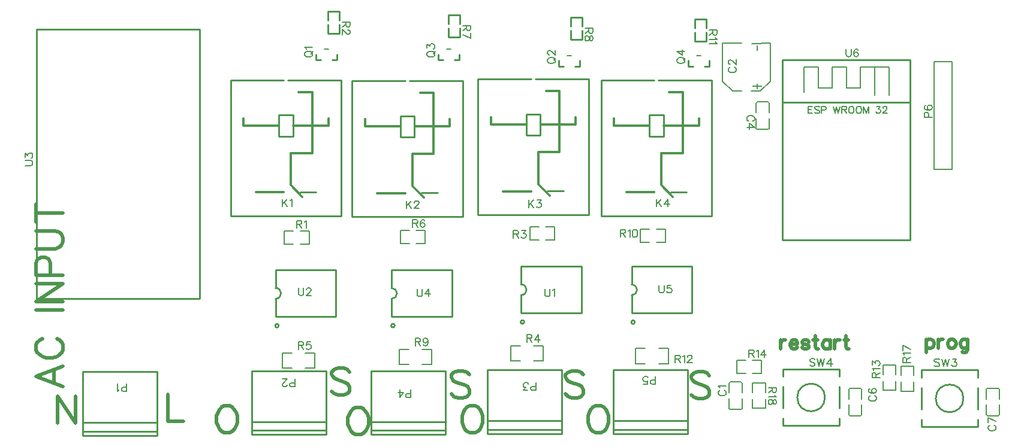
<source format=gto>
G04 Layer: TopSilkLayer*
G04 EasyEDA v6.4.21, 2021-08-30T13:38:49+01:00*
G04 675468226515401a9f91b2405e789893,c56e7913202049aab2d2ce8198c124d2,10*
G04 Gerber Generator version 0.2*
G04 Scale: 100 percent, Rotated: No, Reflected: No *
G04 Dimensions in millimeters *
G04 leading zeros omitted , absolute positions ,4 integer and 5 decimal *
%FSLAX45Y45*%
%MOMM*%

%ADD10C,0.2540*%
%ADD13C,0.5000*%
%ADD32C,0.1524*%
%ADD33C,0.3000*%
%ADD34C,0.2032*%
%ADD35C,0.2030*%
%ADD36C,0.2000*%
%ADD37C,0.1778*%

%LPD*%
D13*
X282194Y-959357D02*
G01*
X663955Y-1104900D01*
X282194Y-959357D02*
G01*
X663955Y-814070D01*
X536702Y-1050289D02*
G01*
X536702Y-868426D01*
X373126Y-421386D02*
G01*
X336804Y-439420D01*
X300228Y-475742D01*
X282194Y-512063D01*
X282194Y-584962D01*
X300228Y-621284D01*
X336804Y-657605D01*
X373126Y-675894D01*
X427736Y-693928D01*
X518413Y-693928D01*
X573023Y-675894D01*
X609345Y-657605D01*
X645921Y-621284D01*
X663955Y-584962D01*
X663955Y-512063D01*
X645921Y-475742D01*
X609345Y-439420D01*
X573023Y-421386D01*
X282194Y-21336D02*
G01*
X663955Y-21336D01*
X282194Y98805D02*
G01*
X663955Y98805D01*
X282194Y98805D02*
G01*
X663955Y353313D01*
X282194Y353313D02*
G01*
X663955Y353313D01*
X282194Y473202D02*
G01*
X663955Y473202D01*
X282194Y473202D02*
G01*
X282194Y637031D01*
X300228Y691387D01*
X318515Y709676D01*
X354837Y727710D01*
X409447Y727710D01*
X445770Y709676D01*
X464057Y691387D01*
X482092Y637031D01*
X482092Y473202D01*
X282194Y847852D02*
G01*
X554989Y847852D01*
X609345Y865886D01*
X645921Y902462D01*
X663955Y956818D01*
X663955Y993394D01*
X645921Y1047750D01*
X609345Y1084071D01*
X554989Y1102360D01*
X282194Y1102360D01*
X282194Y1349755D02*
G01*
X663955Y1349755D01*
X282194Y1222247D02*
G01*
X282194Y1477010D01*
X2146300Y-1209294D02*
G01*
X2146300Y-1591055D01*
X2146300Y-1591055D02*
G01*
X2364486Y-1591055D01*
X584200Y-1234694D02*
G01*
X584200Y-1616455D01*
X584200Y-1234694D02*
G01*
X838707Y-1616455D01*
X838707Y-1234694D02*
G01*
X838707Y-1616455D01*
X2941065Y-1374394D02*
G01*
X2904743Y-1392428D01*
X2868422Y-1429004D01*
X2850388Y-1465326D01*
X2832100Y-1519936D01*
X2832100Y-1610613D01*
X2850388Y-1665223D01*
X2868422Y-1701545D01*
X2904743Y-1738121D01*
X2941065Y-1756155D01*
X3013963Y-1756155D01*
X3050286Y-1738121D01*
X3086608Y-1701545D01*
X3104895Y-1665223D01*
X3122929Y-1610613D01*
X3122929Y-1519936D01*
X3104895Y-1465326D01*
X3086608Y-1429004D01*
X3050286Y-1392428D01*
X3013963Y-1374394D01*
X2941065Y-1374394D01*
X4795265Y-1399794D02*
G01*
X4758943Y-1417828D01*
X4722622Y-1454404D01*
X4704588Y-1490726D01*
X4686300Y-1545336D01*
X4686300Y-1636013D01*
X4704588Y-1690623D01*
X4722622Y-1726945D01*
X4758943Y-1763521D01*
X4795265Y-1781555D01*
X4868163Y-1781555D01*
X4904486Y-1763521D01*
X4940808Y-1726945D01*
X4959095Y-1690623D01*
X4977129Y-1636013D01*
X4977129Y-1545336D01*
X4959095Y-1490726D01*
X4940808Y-1454404D01*
X4904486Y-1417828D01*
X4868163Y-1399794D01*
X4795265Y-1399794D01*
X6408165Y-1374394D02*
G01*
X6371843Y-1392428D01*
X6335522Y-1429004D01*
X6317488Y-1465326D01*
X6299200Y-1519936D01*
X6299200Y-1610613D01*
X6317488Y-1665223D01*
X6335522Y-1701545D01*
X6371843Y-1738121D01*
X6408165Y-1756155D01*
X6481063Y-1756155D01*
X6517386Y-1738121D01*
X6553708Y-1701545D01*
X6571995Y-1665223D01*
X6590029Y-1610613D01*
X6590029Y-1519936D01*
X6571995Y-1465326D01*
X6553708Y-1429004D01*
X6517386Y-1392428D01*
X6481063Y-1374394D01*
X6408165Y-1374394D01*
X8186165Y-1374394D02*
G01*
X8149843Y-1392428D01*
X8113522Y-1429004D01*
X8095488Y-1465326D01*
X8077200Y-1519936D01*
X8077200Y-1610613D01*
X8095488Y-1665223D01*
X8113522Y-1701545D01*
X8149843Y-1738121D01*
X8186165Y-1756155D01*
X8259063Y-1756155D01*
X8295386Y-1738121D01*
X8331708Y-1701545D01*
X8349995Y-1665223D01*
X8368029Y-1610613D01*
X8368029Y-1519936D01*
X8349995Y-1465326D01*
X8331708Y-1429004D01*
X8295386Y-1392428D01*
X8259063Y-1374394D01*
X8186165Y-1374394D01*
X4712208Y-895604D02*
G01*
X4675886Y-859028D01*
X4621275Y-840994D01*
X4548631Y-840994D01*
X4494022Y-859028D01*
X4457700Y-895604D01*
X4457700Y-931926D01*
X4475988Y-968247D01*
X4494022Y-986536D01*
X4530343Y-1004570D01*
X4639563Y-1040892D01*
X4675886Y-1059179D01*
X4694174Y-1077213D01*
X4712208Y-1113789D01*
X4712208Y-1168145D01*
X4675886Y-1204721D01*
X4621275Y-1222755D01*
X4548631Y-1222755D01*
X4494022Y-1204721D01*
X4457700Y-1168145D01*
X6401308Y-933704D02*
G01*
X6364986Y-897128D01*
X6310375Y-879094D01*
X6237731Y-879094D01*
X6183122Y-897128D01*
X6146800Y-933704D01*
X6146800Y-970026D01*
X6165088Y-1006347D01*
X6183122Y-1024636D01*
X6219443Y-1042670D01*
X6328663Y-1078992D01*
X6364986Y-1097279D01*
X6383274Y-1115313D01*
X6401308Y-1151889D01*
X6401308Y-1206245D01*
X6364986Y-1242821D01*
X6310375Y-1260855D01*
X6237731Y-1260855D01*
X6183122Y-1242821D01*
X6146800Y-1206245D01*
X8014208Y-933704D02*
G01*
X7977886Y-897128D01*
X7923275Y-879094D01*
X7850631Y-879094D01*
X7796022Y-897128D01*
X7759700Y-933704D01*
X7759700Y-970026D01*
X7777988Y-1006347D01*
X7796022Y-1024636D01*
X7832343Y-1042670D01*
X7941563Y-1078992D01*
X7977886Y-1097279D01*
X7996174Y-1115313D01*
X8014208Y-1151889D01*
X8014208Y-1206245D01*
X7977886Y-1242821D01*
X7923275Y-1260855D01*
X7850631Y-1260855D01*
X7796022Y-1242821D01*
X7759700Y-1206245D01*
X9792208Y-946404D02*
G01*
X9755886Y-909828D01*
X9701275Y-891794D01*
X9628631Y-891794D01*
X9574022Y-909828D01*
X9537700Y-946404D01*
X9537700Y-982726D01*
X9555988Y-1019047D01*
X9574022Y-1037336D01*
X9610343Y-1055370D01*
X9719563Y-1091692D01*
X9755886Y-1109979D01*
X9774174Y-1128013D01*
X9792208Y-1164589D01*
X9792208Y-1218945D01*
X9755886Y-1255521D01*
X9701275Y-1273555D01*
X9628631Y-1273555D01*
X9574022Y-1255521D01*
X9537700Y-1218945D01*
X10795000Y-446023D02*
G01*
X10795000Y-573278D01*
X10795000Y-500634D02*
G01*
X10804143Y-473202D01*
X10822177Y-455168D01*
X10840465Y-446023D01*
X10867643Y-446023D01*
X10927841Y-500634D02*
G01*
X11036808Y-500634D01*
X11036808Y-482345D01*
X11027663Y-464312D01*
X11018520Y-455168D01*
X11000486Y-446023D01*
X10973308Y-446023D01*
X10955020Y-455168D01*
X10936731Y-473202D01*
X10927841Y-500634D01*
X10927841Y-518668D01*
X10936731Y-546100D01*
X10955020Y-564134D01*
X10973308Y-573278D01*
X11000486Y-573278D01*
X11018520Y-564134D01*
X11036808Y-546100D01*
X11196827Y-473202D02*
G01*
X11187684Y-455168D01*
X11160506Y-446023D01*
X11133074Y-446023D01*
X11105895Y-455168D01*
X11096752Y-473202D01*
X11105895Y-491489D01*
X11124184Y-500634D01*
X11169650Y-509778D01*
X11187684Y-518668D01*
X11196827Y-536955D01*
X11196827Y-546100D01*
X11187684Y-564134D01*
X11160506Y-573278D01*
X11133074Y-573278D01*
X11105895Y-564134D01*
X11096752Y-546100D01*
X11284204Y-382270D02*
G01*
X11284204Y-536955D01*
X11293093Y-564134D01*
X11311381Y-573278D01*
X11329670Y-573278D01*
X11256772Y-446023D02*
G01*
X11320525Y-446023D01*
X11498579Y-446023D02*
G01*
X11498579Y-573278D01*
X11498579Y-473202D02*
G01*
X11480545Y-455168D01*
X11462258Y-446023D01*
X11435079Y-446023D01*
X11416791Y-455168D01*
X11398758Y-473202D01*
X11389613Y-500634D01*
X11389613Y-518668D01*
X11398758Y-546100D01*
X11416791Y-564134D01*
X11435079Y-573278D01*
X11462258Y-573278D01*
X11480545Y-564134D01*
X11498579Y-546100D01*
X11558524Y-446023D02*
G01*
X11558524Y-573278D01*
X11558524Y-500634D02*
G01*
X11567668Y-473202D01*
X11585956Y-455168D01*
X11603990Y-446023D01*
X11631422Y-446023D01*
X11718543Y-382270D02*
G01*
X11718543Y-536955D01*
X11727688Y-564134D01*
X11745975Y-573278D01*
X11764009Y-573278D01*
X11691365Y-446023D02*
G01*
X11755120Y-446023D01*
X12852400Y-433323D02*
G01*
X12852400Y-624331D01*
X12852400Y-460502D02*
G01*
X12870688Y-442468D01*
X12888722Y-433323D01*
X12916154Y-433323D01*
X12934188Y-442468D01*
X12952475Y-460502D01*
X12961365Y-487934D01*
X12961365Y-505968D01*
X12952475Y-533400D01*
X12934188Y-551434D01*
X12916154Y-560578D01*
X12888722Y-560578D01*
X12870688Y-551434D01*
X12852400Y-533400D01*
X13021563Y-433323D02*
G01*
X13021563Y-560578D01*
X13021563Y-487934D02*
G01*
X13030708Y-460502D01*
X13048741Y-442468D01*
X13067029Y-433323D01*
X13094208Y-433323D01*
X13199618Y-433323D02*
G01*
X13181584Y-442468D01*
X13163295Y-460502D01*
X13154152Y-487934D01*
X13154152Y-505968D01*
X13163295Y-533400D01*
X13181584Y-551434D01*
X13199618Y-560578D01*
X13227050Y-560578D01*
X13245084Y-551434D01*
X13263372Y-533400D01*
X13272516Y-505968D01*
X13272516Y-487934D01*
X13263372Y-460502D01*
X13245084Y-442468D01*
X13227050Y-433323D01*
X13199618Y-433323D01*
X13441425Y-433323D02*
G01*
X13441425Y-578865D01*
X13432281Y-606044D01*
X13423391Y-615187D01*
X13405104Y-624331D01*
X13377925Y-624331D01*
X13359638Y-615187D01*
X13441425Y-460502D02*
G01*
X13423391Y-442468D01*
X13405104Y-433323D01*
X13377925Y-433323D01*
X13359638Y-442468D01*
X13341604Y-460502D01*
X13332459Y-487934D01*
X13332459Y-505968D01*
X13341604Y-533400D01*
X13359638Y-551434D01*
X13377925Y-560578D01*
X13405104Y-560578D01*
X13423391Y-551434D01*
X13441425Y-533400D01*
D32*
X10083291Y3418078D02*
G01*
X10072877Y3412744D01*
X10062463Y3402329D01*
X10057384Y3392170D01*
X10057384Y3371342D01*
X10062463Y3360928D01*
X10072877Y3350513D01*
X10083291Y3345179D01*
X10099040Y3340100D01*
X10124947Y3340100D01*
X10140441Y3345179D01*
X10150856Y3350513D01*
X10161270Y3360928D01*
X10166350Y3371342D01*
X10166350Y3392170D01*
X10161270Y3402329D01*
X10150856Y3412744D01*
X10140441Y3418078D01*
X10083291Y3457447D02*
G01*
X10078211Y3457447D01*
X10067797Y3462781D01*
X10062463Y3467862D01*
X10057384Y3478276D01*
X10057384Y3499104D01*
X10062463Y3509518D01*
X10067797Y3514597D01*
X10078211Y3519931D01*
X10088625Y3519931D01*
X10099040Y3514597D01*
X10114534Y3504184D01*
X10166350Y3452368D01*
X10166350Y3525012D01*
X9943591Y-1153921D02*
G01*
X9933177Y-1159255D01*
X9922763Y-1169670D01*
X9917684Y-1179829D01*
X9917684Y-1200657D01*
X9922763Y-1211071D01*
X9933177Y-1221486D01*
X9943591Y-1226820D01*
X9959340Y-1231900D01*
X9985247Y-1231900D01*
X10000741Y-1226820D01*
X10011156Y-1221486D01*
X10021570Y-1211071D01*
X10026650Y-1200657D01*
X10026650Y-1179829D01*
X10021570Y-1169670D01*
X10011156Y-1159255D01*
X10000741Y-1153921D01*
X9938511Y-1119631D02*
G01*
X9933177Y-1109218D01*
X9917684Y-1093723D01*
X10026650Y-1093723D01*
X10401808Y2652521D02*
G01*
X10412222Y2657855D01*
X10422636Y2668270D01*
X10427715Y2678429D01*
X10427715Y2699257D01*
X10422636Y2709671D01*
X10412222Y2720086D01*
X10401808Y2725420D01*
X10386059Y2730500D01*
X10360152Y2730500D01*
X10344658Y2725420D01*
X10334243Y2720086D01*
X10323829Y2709671D01*
X10318750Y2699257D01*
X10318750Y2678429D01*
X10323829Y2668270D01*
X10334243Y2657855D01*
X10344658Y2652521D01*
X10427715Y2566415D02*
G01*
X10355072Y2618231D01*
X10355072Y2540254D01*
X10427715Y2566415D02*
G01*
X10318750Y2566415D01*
X12064491Y-1230121D02*
G01*
X12054077Y-1235455D01*
X12043663Y-1245870D01*
X12038584Y-1256029D01*
X12038584Y-1276857D01*
X12043663Y-1287271D01*
X12054077Y-1297686D01*
X12064491Y-1303020D01*
X12080240Y-1308100D01*
X12106147Y-1308100D01*
X12121641Y-1303020D01*
X12132056Y-1297686D01*
X12142470Y-1287271D01*
X12147550Y-1276857D01*
X12147550Y-1256029D01*
X12142470Y-1245870D01*
X12132056Y-1235455D01*
X12121641Y-1230121D01*
X12054077Y-1133602D02*
G01*
X12043663Y-1138681D01*
X12038584Y-1154429D01*
X12038584Y-1164589D01*
X12043663Y-1180337D01*
X12059411Y-1190752D01*
X12085320Y-1195831D01*
X12111227Y-1195831D01*
X12132056Y-1190752D01*
X12142470Y-1180337D01*
X12147550Y-1164589D01*
X12147550Y-1159510D01*
X12142470Y-1144015D01*
X12132056Y-1133602D01*
X12116561Y-1128268D01*
X12111227Y-1128268D01*
X12095734Y-1133602D01*
X12085320Y-1144015D01*
X12080240Y-1159510D01*
X12080240Y-1164589D01*
X12085320Y-1180337D01*
X12095734Y-1190752D01*
X12111227Y-1195831D01*
X13753591Y-1649221D02*
G01*
X13743177Y-1654555D01*
X13732763Y-1664970D01*
X13727684Y-1675129D01*
X13727684Y-1695957D01*
X13732763Y-1706371D01*
X13743177Y-1716786D01*
X13753591Y-1722120D01*
X13769340Y-1727200D01*
X13795247Y-1727200D01*
X13810741Y-1722120D01*
X13821156Y-1716786D01*
X13831570Y-1706371D01*
X13836650Y-1695957D01*
X13836650Y-1675129D01*
X13831570Y-1664970D01*
X13821156Y-1654555D01*
X13810741Y-1649221D01*
X13727684Y-1542287D02*
G01*
X13836650Y-1594104D01*
X13727684Y-1614931D02*
G01*
X13727684Y-1542287D01*
X12089384Y-977900D02*
G01*
X12198350Y-977900D01*
X12089384Y-977900D02*
G01*
X12089384Y-931163D01*
X12094463Y-915670D01*
X12099797Y-910336D01*
X12110211Y-905255D01*
X12120625Y-905255D01*
X12131040Y-910336D01*
X12136120Y-915670D01*
X12141200Y-931163D01*
X12141200Y-977900D01*
X12141200Y-941578D02*
G01*
X12198350Y-905255D01*
X12110211Y-870965D02*
G01*
X12104877Y-860552D01*
X12089384Y-844804D01*
X12198350Y-844804D01*
X12089384Y-800100D02*
G01*
X12089384Y-742950D01*
X12131040Y-774192D01*
X12131040Y-758697D01*
X12136120Y-748284D01*
X12141200Y-742950D01*
X12156947Y-737870D01*
X12167361Y-737870D01*
X12182856Y-742950D01*
X12193270Y-753363D01*
X12198350Y-769112D01*
X12198350Y-784605D01*
X12193270Y-800100D01*
X12188190Y-805434D01*
X12177775Y-810513D01*
X10350500Y-583184D02*
G01*
X10350500Y-692150D01*
X10350500Y-583184D02*
G01*
X10397236Y-583184D01*
X10412729Y-588263D01*
X10418063Y-593597D01*
X10423143Y-604012D01*
X10423143Y-614426D01*
X10418063Y-624839D01*
X10412729Y-629920D01*
X10397236Y-635000D01*
X10350500Y-635000D01*
X10386822Y-635000D02*
G01*
X10423143Y-692150D01*
X10457434Y-604012D02*
G01*
X10467847Y-598678D01*
X10483595Y-583184D01*
X10483595Y-692150D01*
X10569702Y-583184D02*
G01*
X10517886Y-655828D01*
X10595609Y-655828D01*
X10569702Y-583184D02*
G01*
X10569702Y-692150D01*
X12521184Y-762000D02*
G01*
X12630150Y-762000D01*
X12521184Y-762000D02*
G01*
X12521184Y-715263D01*
X12526263Y-699770D01*
X12531597Y-694436D01*
X12542011Y-689355D01*
X12552425Y-689355D01*
X12562840Y-694436D01*
X12567920Y-699770D01*
X12573000Y-715263D01*
X12573000Y-762000D01*
X12573000Y-725678D02*
G01*
X12630150Y-689355D01*
X12542011Y-655065D02*
G01*
X12536677Y-644652D01*
X12521184Y-628904D01*
X12630150Y-628904D01*
X12521184Y-521970D02*
G01*
X12630150Y-574039D01*
X12521184Y-594613D02*
G01*
X12521184Y-521970D01*
X10732515Y-1117600D02*
G01*
X10623550Y-1117600D01*
X10732515Y-1117600D02*
G01*
X10732515Y-1164336D01*
X10727436Y-1179829D01*
X10722102Y-1185163D01*
X10711688Y-1190244D01*
X10701274Y-1190244D01*
X10690859Y-1185163D01*
X10685779Y-1179829D01*
X10680700Y-1164336D01*
X10680700Y-1117600D01*
X10680700Y-1153921D02*
G01*
X10623550Y-1190244D01*
X10711688Y-1224534D02*
G01*
X10717022Y-1234947D01*
X10732515Y-1250695D01*
X10623550Y-1250695D01*
X10732515Y-1310894D02*
G01*
X10727436Y-1295400D01*
X10717022Y-1290065D01*
X10706608Y-1290065D01*
X10696193Y-1295400D01*
X10690859Y-1305560D01*
X10685779Y-1326387D01*
X10680700Y-1342136D01*
X10670286Y-1352550D01*
X10659872Y-1357629D01*
X10644124Y-1357629D01*
X10633709Y-1352550D01*
X10628629Y-1347215D01*
X10623550Y-1331721D01*
X10623550Y-1310894D01*
X10628629Y-1295400D01*
X10633709Y-1290065D01*
X10644124Y-1284986D01*
X10659872Y-1284986D01*
X10670286Y-1290065D01*
X10680700Y-1300479D01*
X10685779Y-1315973D01*
X10690859Y-1336802D01*
X10696193Y-1347215D01*
X10706608Y-1352550D01*
X10717022Y-1352550D01*
X10727436Y-1347215D01*
X10732515Y-1331721D01*
X10732515Y-1310894D01*
X13039343Y-725678D02*
G01*
X13028929Y-715263D01*
X13013436Y-710184D01*
X12992608Y-710184D01*
X12977113Y-715263D01*
X12966700Y-725678D01*
X12966700Y-736092D01*
X12971779Y-746505D01*
X12977113Y-751839D01*
X12987527Y-756920D01*
X13018770Y-767334D01*
X13028929Y-772413D01*
X13034263Y-777747D01*
X13039343Y-788162D01*
X13039343Y-803655D01*
X13028929Y-814070D01*
X13013436Y-819150D01*
X12992608Y-819150D01*
X12977113Y-814070D01*
X12966700Y-803655D01*
X13073634Y-710184D02*
G01*
X13099795Y-819150D01*
X13125704Y-710184D02*
G01*
X13099795Y-819150D01*
X13125704Y-710184D02*
G01*
X13151611Y-819150D01*
X13177520Y-710184D02*
G01*
X13151611Y-819150D01*
X13222224Y-710184D02*
G01*
X13279374Y-710184D01*
X13248386Y-751839D01*
X13263879Y-751839D01*
X13274293Y-756920D01*
X13279374Y-762000D01*
X13284708Y-777747D01*
X13284708Y-788162D01*
X13279374Y-803655D01*
X13268959Y-814070D01*
X13253466Y-819150D01*
X13237972Y-819150D01*
X13222224Y-814070D01*
X13217143Y-808989D01*
X13211809Y-798576D01*
X11279238Y-722071D02*
G01*
X11268824Y-711657D01*
X11253330Y-706577D01*
X11232502Y-706577D01*
X11217008Y-711657D01*
X11206594Y-722071D01*
X11206594Y-732485D01*
X11211674Y-742899D01*
X11217008Y-748233D01*
X11227422Y-753313D01*
X11258664Y-763727D01*
X11268824Y-768807D01*
X11274158Y-774141D01*
X11279238Y-784555D01*
X11279238Y-800049D01*
X11268824Y-810463D01*
X11253330Y-815543D01*
X11232502Y-815543D01*
X11217008Y-810463D01*
X11206594Y-800049D01*
X11313528Y-706577D02*
G01*
X11339690Y-815543D01*
X11365598Y-706577D02*
G01*
X11339690Y-815543D01*
X11365598Y-706577D02*
G01*
X11391506Y-815543D01*
X11417414Y-706577D02*
G01*
X11391506Y-815543D01*
X11503774Y-706577D02*
G01*
X11451704Y-779221D01*
X11529682Y-779221D01*
X11503774Y-706577D02*
G01*
X11503774Y-815543D01*
X3759200Y1550415D02*
G01*
X3759200Y1441450D01*
X3831843Y1550415D02*
G01*
X3759200Y1477771D01*
X3785108Y1503679D02*
G01*
X3831843Y1441450D01*
X3866134Y1529587D02*
G01*
X3876547Y1534921D01*
X3892295Y1550415D01*
X3892295Y1441450D01*
X9042400Y1550415D02*
G01*
X9042400Y1441450D01*
X9115043Y1550415D02*
G01*
X9042400Y1477771D01*
X9068308Y1503679D02*
G01*
X9115043Y1441450D01*
X9201404Y1550415D02*
G01*
X9149334Y1477771D01*
X9227311Y1477771D01*
X9201404Y1550415D02*
G01*
X9201404Y1441450D01*
X1562100Y-1169415D02*
G01*
X1562100Y-1060450D01*
X1562100Y-1169415D02*
G01*
X1515363Y-1169415D01*
X1499870Y-1164336D01*
X1494536Y-1159002D01*
X1489455Y-1148587D01*
X1489455Y-1133094D01*
X1494536Y-1122679D01*
X1499870Y-1117600D01*
X1515363Y-1112265D01*
X1562100Y-1112265D01*
X1455165Y-1148587D02*
G01*
X1444752Y-1153921D01*
X1429004Y-1169415D01*
X1429004Y-1060450D01*
X3937000Y-1105915D02*
G01*
X3937000Y-996950D01*
X3937000Y-1105915D02*
G01*
X3890263Y-1105915D01*
X3874770Y-1100836D01*
X3869436Y-1095502D01*
X3864356Y-1085087D01*
X3864356Y-1069594D01*
X3869436Y-1059179D01*
X3874770Y-1054100D01*
X3890263Y-1048765D01*
X3937000Y-1048765D01*
X3824731Y-1080007D02*
G01*
X3824731Y-1085087D01*
X3819652Y-1095502D01*
X3814318Y-1100836D01*
X3803904Y-1105915D01*
X3783329Y-1105915D01*
X3772915Y-1100836D01*
X3767581Y-1095502D01*
X3762502Y-1085087D01*
X3762502Y-1074673D01*
X3767581Y-1064260D01*
X3777995Y-1048765D01*
X3830065Y-996950D01*
X3757168Y-996950D01*
X7340600Y-1156715D02*
G01*
X7340600Y-1047750D01*
X7340600Y-1156715D02*
G01*
X7293863Y-1156715D01*
X7278370Y-1151636D01*
X7273036Y-1146302D01*
X7267956Y-1135887D01*
X7267956Y-1120394D01*
X7273036Y-1109979D01*
X7278370Y-1104900D01*
X7293863Y-1099565D01*
X7340600Y-1099565D01*
X7223252Y-1156715D02*
G01*
X7166102Y-1156715D01*
X7197090Y-1115060D01*
X7181595Y-1115060D01*
X7171181Y-1109979D01*
X7166102Y-1104900D01*
X7160768Y-1089152D01*
X7160768Y-1078737D01*
X7166102Y-1063244D01*
X7176515Y-1052829D01*
X7192009Y-1047750D01*
X7207504Y-1047750D01*
X7223252Y-1052829D01*
X7228331Y-1057910D01*
X7233665Y-1068323D01*
X5575300Y-1258315D02*
G01*
X5575300Y-1149350D01*
X5575300Y-1258315D02*
G01*
X5528563Y-1258315D01*
X5513070Y-1253236D01*
X5507736Y-1247902D01*
X5502656Y-1237487D01*
X5502656Y-1221994D01*
X5507736Y-1211579D01*
X5513070Y-1206500D01*
X5528563Y-1201165D01*
X5575300Y-1201165D01*
X5416295Y-1258315D02*
G01*
X5468365Y-1185671D01*
X5390388Y-1185671D01*
X5416295Y-1258315D02*
G01*
X5416295Y-1149350D01*
X9029700Y-1067815D02*
G01*
X9029700Y-958850D01*
X9029700Y-1067815D02*
G01*
X8982963Y-1067815D01*
X8967470Y-1062736D01*
X8962136Y-1057402D01*
X8957056Y-1046987D01*
X8957056Y-1031494D01*
X8962136Y-1021079D01*
X8967470Y-1016000D01*
X8982963Y-1010665D01*
X9029700Y-1010665D01*
X8860281Y-1067815D02*
G01*
X8912352Y-1067815D01*
X8917431Y-1021079D01*
X8912352Y-1026160D01*
X8896604Y-1031494D01*
X8881109Y-1031494D01*
X8865615Y-1026160D01*
X8855202Y-1016000D01*
X8849868Y-1000252D01*
X8849868Y-989837D01*
X8855202Y-974344D01*
X8865615Y-963929D01*
X8881109Y-958850D01*
X8896604Y-958850D01*
X8912352Y-963929D01*
X8917431Y-969010D01*
X8922765Y-979423D01*
X12825984Y2705100D02*
G01*
X12934950Y2705100D01*
X12825984Y2705100D02*
G01*
X12825984Y2751836D01*
X12831063Y2767329D01*
X12836397Y2772663D01*
X12846811Y2777744D01*
X12862306Y2777744D01*
X12872720Y2772663D01*
X12877800Y2767329D01*
X12883134Y2751836D01*
X12883134Y2705100D01*
X12841477Y2874518D02*
G01*
X12831063Y2869184D01*
X12825984Y2853689D01*
X12825984Y2843276D01*
X12831063Y2827781D01*
X12846811Y2817368D01*
X12872720Y2812034D01*
X12898627Y2812034D01*
X12919456Y2817368D01*
X12929870Y2827781D01*
X12934950Y2843276D01*
X12934950Y2848610D01*
X12929870Y2864104D01*
X12919456Y2874518D01*
X12903961Y2879597D01*
X12898627Y2879597D01*
X12883134Y2874518D01*
X12872720Y2864104D01*
X12867640Y2848610D01*
X12867640Y2843276D01*
X12872720Y2827781D01*
X12883134Y2817368D01*
X12898627Y2812034D01*
X4075684Y3589273D02*
G01*
X4080763Y3578860D01*
X4091177Y3568445D01*
X4101591Y3563112D01*
X4117340Y3558031D01*
X4143247Y3558031D01*
X4158741Y3563112D01*
X4169156Y3568445D01*
X4179570Y3578860D01*
X4184650Y3589273D01*
X4184650Y3610102D01*
X4179570Y3620262D01*
X4169156Y3630676D01*
X4158741Y3636010D01*
X4143247Y3641089D01*
X4117340Y3641089D01*
X4101591Y3636010D01*
X4091177Y3630676D01*
X4080763Y3620262D01*
X4075684Y3610102D01*
X4075684Y3589273D01*
X4164075Y3604768D02*
G01*
X4195063Y3636010D01*
X4096511Y3675379D02*
G01*
X4091177Y3685794D01*
X4075684Y3701542D01*
X4184650Y3701542D01*
X7504684Y3500373D02*
G01*
X7509763Y3489960D01*
X7520177Y3479545D01*
X7530591Y3474212D01*
X7546340Y3469131D01*
X7572247Y3469131D01*
X7587741Y3474212D01*
X7598156Y3479545D01*
X7608570Y3489960D01*
X7613650Y3500373D01*
X7613650Y3521202D01*
X7608570Y3531362D01*
X7598156Y3541776D01*
X7587741Y3547110D01*
X7572247Y3552189D01*
X7546340Y3552189D01*
X7530591Y3547110D01*
X7520177Y3541776D01*
X7509763Y3531362D01*
X7504684Y3521202D01*
X7504684Y3500373D01*
X7593075Y3515868D02*
G01*
X7624063Y3547110D01*
X7530591Y3591813D02*
G01*
X7525511Y3591813D01*
X7515097Y3596894D01*
X7509763Y3602228D01*
X7504684Y3612642D01*
X7504684Y3633215D01*
X7509763Y3643629D01*
X7515097Y3648963D01*
X7525511Y3654044D01*
X7535925Y3654044D01*
X7546340Y3648963D01*
X7561834Y3638550D01*
X7613650Y3586479D01*
X7613650Y3659378D01*
X5802884Y3589273D02*
G01*
X5807963Y3578860D01*
X5818377Y3568445D01*
X5828791Y3563112D01*
X5844540Y3558031D01*
X5870447Y3558031D01*
X5885941Y3563112D01*
X5896356Y3568445D01*
X5906770Y3578860D01*
X5911850Y3589273D01*
X5911850Y3610102D01*
X5906770Y3620262D01*
X5896356Y3630676D01*
X5885941Y3636010D01*
X5870447Y3641089D01*
X5844540Y3641089D01*
X5828791Y3636010D01*
X5818377Y3630676D01*
X5807963Y3620262D01*
X5802884Y3610102D01*
X5802884Y3589273D01*
X5891275Y3604768D02*
G01*
X5922263Y3636010D01*
X5802884Y3685794D02*
G01*
X5802884Y3742944D01*
X5844540Y3711702D01*
X5844540Y3727450D01*
X5849620Y3737863D01*
X5854700Y3742944D01*
X5870447Y3748278D01*
X5880861Y3748278D01*
X5896356Y3742944D01*
X5906770Y3732529D01*
X5911850Y3717036D01*
X5911850Y3701542D01*
X5906770Y3685794D01*
X5901690Y3680713D01*
X5891275Y3675379D01*
X9333484Y3500373D02*
G01*
X9338563Y3489960D01*
X9348977Y3479545D01*
X9359391Y3474212D01*
X9375140Y3469131D01*
X9401047Y3469131D01*
X9416541Y3474212D01*
X9426956Y3479545D01*
X9437370Y3489960D01*
X9442450Y3500373D01*
X9442450Y3521202D01*
X9437370Y3531362D01*
X9426956Y3541776D01*
X9416541Y3547110D01*
X9401047Y3552189D01*
X9375140Y3552189D01*
X9359391Y3547110D01*
X9348977Y3541776D01*
X9338563Y3531362D01*
X9333484Y3521202D01*
X9333484Y3500373D01*
X9421875Y3515868D02*
G01*
X9452863Y3547110D01*
X9333484Y3638550D02*
G01*
X9406127Y3586479D01*
X9406127Y3664457D01*
X9333484Y3638550D02*
G01*
X9442450Y3638550D01*
X3962400Y1245615D02*
G01*
X3962400Y1136650D01*
X3962400Y1245615D02*
G01*
X4009136Y1245615D01*
X4024629Y1240536D01*
X4029963Y1235202D01*
X4035043Y1224787D01*
X4035043Y1214373D01*
X4029963Y1203960D01*
X4024629Y1198879D01*
X4009136Y1193800D01*
X3962400Y1193800D01*
X3998722Y1193800D02*
G01*
X4035043Y1136650D01*
X4069334Y1224787D02*
G01*
X4079747Y1230121D01*
X4095495Y1245615D01*
X4095495Y1136650D01*
X7023100Y1105915D02*
G01*
X7023100Y996950D01*
X7023100Y1105915D02*
G01*
X7069836Y1105915D01*
X7085329Y1100836D01*
X7090663Y1095502D01*
X7095743Y1085087D01*
X7095743Y1074673D01*
X7090663Y1064260D01*
X7085329Y1059179D01*
X7069836Y1054100D01*
X7023100Y1054100D01*
X7059422Y1054100D02*
G01*
X7095743Y996950D01*
X7140447Y1105915D02*
G01*
X7197597Y1105915D01*
X7166609Y1064260D01*
X7182104Y1064260D01*
X7192518Y1059179D01*
X7197597Y1054100D01*
X7202931Y1038352D01*
X7202931Y1027937D01*
X7197597Y1012444D01*
X7187184Y1002029D01*
X7171690Y996950D01*
X7156195Y996950D01*
X7140447Y1002029D01*
X7135368Y1007110D01*
X7130034Y1017523D01*
X5600700Y1258315D02*
G01*
X5600700Y1149350D01*
X5600700Y1258315D02*
G01*
X5647436Y1258315D01*
X5662929Y1253236D01*
X5668263Y1247902D01*
X5673343Y1237487D01*
X5673343Y1227073D01*
X5668263Y1216660D01*
X5662929Y1211579D01*
X5647436Y1206500D01*
X5600700Y1206500D01*
X5637022Y1206500D02*
G01*
X5673343Y1149350D01*
X5770118Y1242821D02*
G01*
X5764784Y1253236D01*
X5749290Y1258315D01*
X5738875Y1258315D01*
X5723381Y1253236D01*
X5712968Y1237487D01*
X5707634Y1211579D01*
X5707634Y1185671D01*
X5712968Y1164844D01*
X5723381Y1154429D01*
X5738875Y1149350D01*
X5744209Y1149350D01*
X5759704Y1154429D01*
X5770118Y1164844D01*
X5775197Y1180337D01*
X5775197Y1185671D01*
X5770118Y1201165D01*
X5759704Y1211579D01*
X5744209Y1216660D01*
X5738875Y1216660D01*
X5723381Y1211579D01*
X5712968Y1201165D01*
X5707634Y1185671D01*
X8534400Y1118615D02*
G01*
X8534400Y1009650D01*
X8534400Y1118615D02*
G01*
X8581136Y1118615D01*
X8596629Y1113536D01*
X8601963Y1108202D01*
X8607043Y1097787D01*
X8607043Y1087373D01*
X8601963Y1076960D01*
X8596629Y1071879D01*
X8581136Y1066800D01*
X8534400Y1066800D01*
X8570722Y1066800D02*
G01*
X8607043Y1009650D01*
X8641334Y1097787D02*
G01*
X8651747Y1103121D01*
X8667495Y1118615D01*
X8667495Y1009650D01*
X8732774Y1118615D02*
G01*
X8717279Y1113536D01*
X8706865Y1097787D01*
X8701786Y1071879D01*
X8701786Y1056386D01*
X8706865Y1030223D01*
X8717279Y1014729D01*
X8732774Y1009650D01*
X8743188Y1009650D01*
X8758936Y1014729D01*
X8769350Y1030223D01*
X8774429Y1056386D01*
X8774429Y1071879D01*
X8769350Y1097787D01*
X8758936Y1113536D01*
X8743188Y1118615D01*
X8732774Y1118615D01*
X4712715Y4056192D02*
G01*
X4603750Y4056192D01*
X4712715Y4056192D02*
G01*
X4712715Y4009456D01*
X4707636Y3993962D01*
X4702302Y3988628D01*
X4691888Y3983548D01*
X4681474Y3983548D01*
X4671059Y3988628D01*
X4665979Y3993962D01*
X4660900Y4009456D01*
X4660900Y4056192D01*
X4660900Y4019870D02*
G01*
X4603750Y3983548D01*
X4686808Y3943924D02*
G01*
X4691888Y3943924D01*
X4702302Y3938844D01*
X4707636Y3933510D01*
X4712715Y3923096D01*
X4712715Y3902522D01*
X4707636Y3892108D01*
X4702302Y3886774D01*
X4691888Y3881694D01*
X4681474Y3881694D01*
X4671059Y3886774D01*
X4655565Y3897188D01*
X4603750Y3949258D01*
X4603750Y3876360D01*
X6414515Y4005392D02*
G01*
X6305550Y4005392D01*
X6414515Y4005392D02*
G01*
X6414515Y3958656D01*
X6409436Y3943162D01*
X6404102Y3937828D01*
X6393688Y3932748D01*
X6383274Y3932748D01*
X6372859Y3937828D01*
X6367779Y3943162D01*
X6362700Y3958656D01*
X6362700Y4005392D01*
X6362700Y3969070D02*
G01*
X6305550Y3932748D01*
X6414515Y3825560D02*
G01*
X6305550Y3877630D01*
X6414515Y3898458D02*
G01*
X6414515Y3825560D01*
X8141715Y3967292D02*
G01*
X8032750Y3967292D01*
X8141715Y3967292D02*
G01*
X8141715Y3920556D01*
X8136636Y3905062D01*
X8131302Y3899728D01*
X8120888Y3894648D01*
X8110474Y3894648D01*
X8100059Y3899728D01*
X8094979Y3905062D01*
X8089900Y3920556D01*
X8089900Y3967292D01*
X8089900Y3930970D02*
G01*
X8032750Y3894648D01*
X8141715Y3834196D02*
G01*
X8136636Y3849944D01*
X8126222Y3855024D01*
X8115808Y3855024D01*
X8105393Y3849944D01*
X8100059Y3839530D01*
X8094979Y3818702D01*
X8089900Y3803208D01*
X8079486Y3792794D01*
X8069072Y3787460D01*
X8053324Y3787460D01*
X8042909Y3792794D01*
X8037829Y3797874D01*
X8032750Y3813622D01*
X8032750Y3834196D01*
X8037829Y3849944D01*
X8042909Y3855024D01*
X8053324Y3860358D01*
X8069072Y3860358D01*
X8079486Y3855024D01*
X8089900Y3844610D01*
X8094979Y3829116D01*
X8100059Y3808288D01*
X8105393Y3797874D01*
X8115808Y3792794D01*
X8126222Y3792794D01*
X8136636Y3797874D01*
X8141715Y3813622D01*
X8141715Y3834196D01*
X9894315Y3941892D02*
G01*
X9785350Y3941892D01*
X9894315Y3941892D02*
G01*
X9894315Y3895156D01*
X9889236Y3879662D01*
X9883902Y3874328D01*
X9873488Y3869248D01*
X9863074Y3869248D01*
X9852659Y3874328D01*
X9847579Y3879662D01*
X9842500Y3895156D01*
X9842500Y3941892D01*
X9842500Y3905570D02*
G01*
X9785350Y3869248D01*
X9873488Y3834958D02*
G01*
X9878822Y3824544D01*
X9894315Y3808796D01*
X9785350Y3808796D01*
X9873488Y3774506D02*
G01*
X9878822Y3764092D01*
X9894315Y3748598D01*
X9785350Y3748598D01*
X7213600Y-367284D02*
G01*
X7213600Y-476250D01*
X7213600Y-367284D02*
G01*
X7260336Y-367284D01*
X7275829Y-372363D01*
X7281163Y-377697D01*
X7286243Y-388112D01*
X7286243Y-398526D01*
X7281163Y-408939D01*
X7275829Y-414020D01*
X7260336Y-419100D01*
X7213600Y-419100D01*
X7249922Y-419100D02*
G01*
X7286243Y-476250D01*
X7372604Y-367284D02*
G01*
X7320534Y-439928D01*
X7398511Y-439928D01*
X7372604Y-367284D02*
G01*
X7372604Y-476250D01*
X3987800Y-468884D02*
G01*
X3987800Y-577850D01*
X3987800Y-468884D02*
G01*
X4034536Y-468884D01*
X4050029Y-473963D01*
X4055363Y-479297D01*
X4060443Y-489712D01*
X4060443Y-500126D01*
X4055363Y-510539D01*
X4050029Y-515620D01*
X4034536Y-520700D01*
X3987800Y-520700D01*
X4024122Y-520700D02*
G01*
X4060443Y-577850D01*
X4157218Y-468884D02*
G01*
X4105147Y-468884D01*
X4100068Y-515620D01*
X4105147Y-510539D01*
X4120895Y-505205D01*
X4136390Y-505205D01*
X4151884Y-510539D01*
X4162297Y-520700D01*
X4167631Y-536447D01*
X4167631Y-546862D01*
X4162297Y-562355D01*
X4151884Y-572770D01*
X4136390Y-577850D01*
X4120895Y-577850D01*
X4105147Y-572770D01*
X4100068Y-567689D01*
X4094734Y-557276D01*
X5638800Y-418084D02*
G01*
X5638800Y-527050D01*
X5638800Y-418084D02*
G01*
X5685536Y-418084D01*
X5701029Y-423163D01*
X5706363Y-428497D01*
X5711443Y-438912D01*
X5711443Y-449326D01*
X5706363Y-459739D01*
X5701029Y-464820D01*
X5685536Y-469900D01*
X5638800Y-469900D01*
X5675122Y-469900D02*
G01*
X5711443Y-527050D01*
X5813297Y-454405D02*
G01*
X5808218Y-469900D01*
X5797804Y-480313D01*
X5782309Y-485647D01*
X5776975Y-485647D01*
X5761481Y-480313D01*
X5751068Y-469900D01*
X5745734Y-454405D01*
X5745734Y-449326D01*
X5751068Y-433578D01*
X5761481Y-423163D01*
X5776975Y-418084D01*
X5782309Y-418084D01*
X5797804Y-423163D01*
X5808218Y-433578D01*
X5813297Y-454405D01*
X5813297Y-480313D01*
X5808218Y-506476D01*
X5797804Y-521970D01*
X5782309Y-527050D01*
X5771895Y-527050D01*
X5756147Y-521970D01*
X5751068Y-511555D01*
X9309100Y-659384D02*
G01*
X9309100Y-768350D01*
X9309100Y-659384D02*
G01*
X9355836Y-659384D01*
X9371329Y-664463D01*
X9376663Y-669797D01*
X9381743Y-680212D01*
X9381743Y-690626D01*
X9376663Y-701039D01*
X9371329Y-706120D01*
X9355836Y-711200D01*
X9309100Y-711200D01*
X9345422Y-711200D02*
G01*
X9381743Y-768350D01*
X9416034Y-680212D02*
G01*
X9426447Y-674878D01*
X9442195Y-659384D01*
X9442195Y-768350D01*
X9481565Y-685292D02*
G01*
X9481565Y-680212D01*
X9486900Y-669797D01*
X9491979Y-664463D01*
X9502393Y-659384D01*
X9523222Y-659384D01*
X9533636Y-664463D01*
X9538715Y-669797D01*
X9544050Y-680212D01*
X9544050Y-690626D01*
X9538715Y-701039D01*
X9528302Y-716534D01*
X9476486Y-768350D01*
X9549129Y-768350D01*
X7467600Y280415D02*
G01*
X7467600Y202437D01*
X7472679Y186944D01*
X7483093Y176529D01*
X7498841Y171450D01*
X7509256Y171450D01*
X7524750Y176529D01*
X7535163Y186944D01*
X7540243Y202437D01*
X7540243Y280415D01*
X7574534Y259587D02*
G01*
X7584947Y264921D01*
X7600695Y280415D01*
X7600695Y171450D01*
X3987800Y293115D02*
G01*
X3987800Y215137D01*
X3992879Y199644D01*
X4003293Y189229D01*
X4019041Y184150D01*
X4029456Y184150D01*
X4044950Y189229D01*
X4055363Y199644D01*
X4060443Y215137D01*
X4060443Y293115D01*
X4100068Y267207D02*
G01*
X4100068Y272287D01*
X4105147Y282702D01*
X4110481Y288036D01*
X4120895Y293115D01*
X4141470Y293115D01*
X4151884Y288036D01*
X4157218Y282702D01*
X4162297Y272287D01*
X4162297Y261873D01*
X4157218Y251460D01*
X4146804Y235965D01*
X4094734Y184150D01*
X4167631Y184150D01*
X5664200Y280415D02*
G01*
X5664200Y202437D01*
X5669279Y186944D01*
X5679693Y176529D01*
X5695441Y171450D01*
X5705856Y171450D01*
X5721350Y176529D01*
X5731763Y186944D01*
X5736843Y202437D01*
X5736843Y280415D01*
X5823204Y280415D02*
G01*
X5771134Y207771D01*
X5849111Y207771D01*
X5823204Y280415D02*
G01*
X5823204Y171450D01*
X9080500Y331215D02*
G01*
X9080500Y253237D01*
X9085579Y237744D01*
X9095993Y227329D01*
X9111741Y222250D01*
X9122156Y222250D01*
X9137650Y227329D01*
X9148063Y237744D01*
X9153143Y253237D01*
X9153143Y331215D01*
X9249918Y331215D02*
G01*
X9197847Y331215D01*
X9192768Y284479D01*
X9197847Y289560D01*
X9213595Y294894D01*
X9229090Y294894D01*
X9244584Y289560D01*
X9254997Y279400D01*
X9260331Y263652D01*
X9260331Y253237D01*
X9254997Y237744D01*
X9244584Y227329D01*
X9229090Y222250D01*
X9213595Y222250D01*
X9197847Y227329D01*
X9192768Y232410D01*
X9187434Y242823D01*
X124282Y2022894D02*
G01*
X202260Y2022894D01*
X217754Y2027974D01*
X228168Y2038388D01*
X233248Y2054136D01*
X233248Y2064550D01*
X228168Y2080044D01*
X217754Y2090458D01*
X202260Y2095538D01*
X124282Y2095538D01*
X124282Y2140242D02*
G01*
X124282Y2197392D01*
X165938Y2166404D01*
X165938Y2181898D01*
X171018Y2192312D01*
X176098Y2197392D01*
X191846Y2202726D01*
X202260Y2202726D01*
X217754Y2197392D01*
X228168Y2186978D01*
X233248Y2171484D01*
X233248Y2155990D01*
X228168Y2140242D01*
X223088Y2135162D01*
X212674Y2129828D01*
X11722100Y3671315D02*
G01*
X11722100Y3593337D01*
X11727179Y3577844D01*
X11737593Y3567429D01*
X11753341Y3562350D01*
X11763756Y3562350D01*
X11779250Y3567429D01*
X11789663Y3577844D01*
X11794743Y3593337D01*
X11794743Y3671315D01*
X11891518Y3655821D02*
G01*
X11886184Y3666236D01*
X11870690Y3671315D01*
X11860275Y3671315D01*
X11844781Y3666236D01*
X11834368Y3650487D01*
X11829034Y3624579D01*
X11829034Y3598671D01*
X11834368Y3577844D01*
X11844781Y3567429D01*
X11860275Y3562350D01*
X11865609Y3562350D01*
X11881104Y3567429D01*
X11891518Y3577844D01*
X11896597Y3593337D01*
X11896597Y3598671D01*
X11891518Y3614165D01*
X11881104Y3624579D01*
X11865609Y3629660D01*
X11860275Y3629660D01*
X11844781Y3624579D01*
X11834368Y3614165D01*
X11829034Y3598671D01*
D37*
X11188318Y2861360D02*
G01*
X11188318Y2764332D01*
X11188318Y2861360D02*
G01*
X11248263Y2861360D01*
X11188318Y2815132D02*
G01*
X11225149Y2815132D01*
X11188318Y2764332D02*
G01*
X11248263Y2764332D01*
X11343513Y2847644D02*
G01*
X11334368Y2856788D01*
X11320399Y2861360D01*
X11301856Y2861360D01*
X11288140Y2856788D01*
X11278743Y2847644D01*
X11278743Y2838246D01*
X11283568Y2829102D01*
X11288140Y2824530D01*
X11297284Y2819958D01*
X11324970Y2810560D01*
X11334368Y2805988D01*
X11338940Y2801416D01*
X11343513Y2792018D01*
X11343513Y2778302D01*
X11334368Y2769158D01*
X11320399Y2764332D01*
X11301856Y2764332D01*
X11288140Y2769158D01*
X11278743Y2778302D01*
X11373993Y2861360D02*
G01*
X11373993Y2764332D01*
X11373993Y2861360D02*
G01*
X11415649Y2861360D01*
X11429365Y2856788D01*
X11433936Y2852216D01*
X11438509Y2842818D01*
X11438509Y2829102D01*
X11433936Y2819958D01*
X11429365Y2815132D01*
X11415649Y2810560D01*
X11373993Y2810560D01*
X11540109Y2861360D02*
G01*
X11563222Y2764332D01*
X11586336Y2861360D02*
G01*
X11563222Y2764332D01*
X11586336Y2861360D02*
G01*
X11609450Y2764332D01*
X11632565Y2861360D02*
G01*
X11609450Y2764332D01*
X11663045Y2861360D02*
G01*
X11663045Y2764332D01*
X11663045Y2861360D02*
G01*
X11704700Y2861360D01*
X11718416Y2856788D01*
X11722988Y2852216D01*
X11727815Y2842818D01*
X11727815Y2833674D01*
X11722988Y2824530D01*
X11718416Y2819958D01*
X11704700Y2815132D01*
X11663045Y2815132D01*
X11695302Y2815132D02*
G01*
X11727815Y2764332D01*
X11785981Y2861360D02*
G01*
X11776583Y2856788D01*
X11767438Y2847644D01*
X11762866Y2838246D01*
X11758295Y2824530D01*
X11758295Y2801416D01*
X11762866Y2787446D01*
X11767438Y2778302D01*
X11776583Y2769158D01*
X11785981Y2764332D01*
X11804268Y2764332D01*
X11813666Y2769158D01*
X11822811Y2778302D01*
X11827383Y2787446D01*
X11832209Y2801416D01*
X11832209Y2824530D01*
X11827383Y2838246D01*
X11822811Y2847644D01*
X11813666Y2856788D01*
X11804268Y2861360D01*
X11785981Y2861360D01*
X11890375Y2861360D02*
G01*
X11880977Y2856788D01*
X11871833Y2847644D01*
X11867261Y2838246D01*
X11862688Y2824530D01*
X11862688Y2801416D01*
X11867261Y2787446D01*
X11871833Y2778302D01*
X11880977Y2769158D01*
X11890375Y2764332D01*
X11908663Y2764332D01*
X11918061Y2769158D01*
X11927204Y2778302D01*
X11931777Y2787446D01*
X11936349Y2801416D01*
X11936349Y2824530D01*
X11931777Y2838246D01*
X11927204Y2847644D01*
X11918061Y2856788D01*
X11908663Y2861360D01*
X11890375Y2861360D01*
X11966829Y2861360D02*
G01*
X11966829Y2764332D01*
X11966829Y2861360D02*
G01*
X12003913Y2764332D01*
X12040743Y2861360D02*
G01*
X12003913Y2764332D01*
X12040743Y2861360D02*
G01*
X12040743Y2764332D01*
X12151740Y2861360D02*
G01*
X12202540Y2861360D01*
X12174854Y2824530D01*
X12188570Y2824530D01*
X12197968Y2819958D01*
X12202540Y2815132D01*
X12207113Y2801416D01*
X12207113Y2792018D01*
X12202540Y2778302D01*
X12193143Y2769158D01*
X12179427Y2764332D01*
X12165456Y2764332D01*
X12151740Y2769158D01*
X12147168Y2773730D01*
X12142343Y2782874D01*
X12242165Y2838246D02*
G01*
X12242165Y2842818D01*
X12246736Y2852216D01*
X12251309Y2856788D01*
X12260706Y2861360D01*
X12279249Y2861360D01*
X12288393Y2856788D01*
X12292965Y2852216D01*
X12297536Y2842818D01*
X12297536Y2833674D01*
X12292965Y2824530D01*
X12283820Y2810560D01*
X12237593Y2764332D01*
X12302109Y2764332D01*
D32*
X5511927Y1525015D02*
G01*
X5511927Y1416050D01*
X5584570Y1525015D02*
G01*
X5511927Y1452371D01*
X5537834Y1478279D02*
G01*
X5584570Y1416050D01*
X5623940Y1499107D02*
G01*
X5623940Y1504187D01*
X5629275Y1514602D01*
X5634354Y1519936D01*
X5644768Y1525015D01*
X5665597Y1525015D01*
X5676011Y1519936D01*
X5681090Y1514602D01*
X5686425Y1504187D01*
X5686425Y1493773D01*
X5681090Y1483360D01*
X5670677Y1467865D01*
X5618861Y1416050D01*
X5691504Y1416050D01*
X7239127Y1537715D02*
G01*
X7239127Y1428750D01*
X7311770Y1537715D02*
G01*
X7239127Y1465071D01*
X7265034Y1490979D02*
G01*
X7311770Y1428750D01*
X7356475Y1537715D02*
G01*
X7413625Y1537715D01*
X7382383Y1496060D01*
X7397877Y1496060D01*
X7408290Y1490979D01*
X7413625Y1485900D01*
X7418704Y1470152D01*
X7418704Y1459737D01*
X7413625Y1444244D01*
X7403211Y1433829D01*
X7387716Y1428750D01*
X7371968Y1428750D01*
X7356475Y1433829D01*
X7351140Y1438910D01*
X7346061Y1449323D01*
G36*
X10454284Y3726484D02*
G01*
X10454284Y3647287D01*
X10474096Y3647287D01*
X10474096Y3726484D01*
G37*
G36*
X10454284Y3185312D02*
G01*
X10454284Y3106115D01*
X10474096Y3106115D01*
X10474096Y3185312D01*
G37*
G36*
X10398201Y3155594D02*
G01*
X10398201Y3135782D01*
X10530179Y3135782D01*
X10530179Y3155594D01*
G37*
X10386326Y3751861D02*
G01*
X10649965Y3753865D01*
X10649965Y3218179D01*
X10510520Y3078734D01*
X10380979Y3080070D01*
X10241630Y3753248D02*
G01*
X9974783Y3753916D01*
X9974783Y3218296D01*
X10114396Y3078683D01*
X10243820Y3078683D01*
X10069639Y-1050780D02*
G01*
X10069639Y-1191780D01*
X10250360Y-1191780D02*
G01*
X10250360Y-1050780D01*
X10235120Y-1035540D02*
G01*
X10084879Y-1035540D01*
X10069639Y-1413019D02*
G01*
X10069639Y-1272019D01*
X10250360Y-1272019D02*
G01*
X10250360Y-1413019D01*
X10235120Y-1428259D02*
G01*
X10084879Y-1428259D01*
X10631360Y2549380D02*
G01*
X10631360Y2690380D01*
X10450639Y2690380D02*
G01*
X10450639Y2549380D01*
X10465879Y2534140D02*
G01*
X10616120Y2534140D01*
X10631360Y2911619D02*
G01*
X10631360Y2770619D01*
X10450639Y2770619D02*
G01*
X10450639Y2911619D01*
X10465879Y2926859D02*
G01*
X10616120Y2926859D01*
X11758739Y-1139680D02*
G01*
X11758739Y-1280680D01*
X11939460Y-1280680D02*
G01*
X11939460Y-1139680D01*
X11924220Y-1124440D02*
G01*
X11773979Y-1124440D01*
X11758739Y-1501919D02*
G01*
X11758739Y-1360919D01*
X11939460Y-1360919D02*
G01*
X11939460Y-1501919D01*
X11924220Y-1517159D02*
G01*
X11773979Y-1517159D01*
X13701839Y-1139680D02*
G01*
X13701839Y-1280680D01*
X13882560Y-1280680D02*
G01*
X13882560Y-1139680D01*
X13867320Y-1124440D02*
G01*
X13717079Y-1124440D01*
X13701839Y-1501919D02*
G01*
X13701839Y-1360919D01*
X13882560Y-1360919D02*
G01*
X13882560Y-1501919D01*
X13867320Y-1517159D02*
G01*
X13717079Y-1517159D01*
X12423409Y-930280D02*
G01*
X12423409Y-801786D01*
X12239990Y-801786D01*
X12239990Y-930280D01*
X12423409Y-1025519D02*
G01*
X12423409Y-1154013D01*
X12239990Y-1154013D01*
X12239990Y-1025519D01*
X10398119Y-917209D02*
G01*
X10526613Y-917209D01*
X10526613Y-733790D01*
X10398119Y-733790D01*
X10302880Y-917209D02*
G01*
X10174386Y-917209D01*
X10174386Y-733790D01*
X10302880Y-733790D01*
X12677409Y-942980D02*
G01*
X12677409Y-814486D01*
X12493990Y-814486D01*
X12493990Y-942980D01*
X12677409Y-1038219D02*
G01*
X12677409Y-1166713D01*
X12493990Y-1166713D01*
X12493990Y-1038219D01*
X10398490Y-1279519D02*
G01*
X10398490Y-1408013D01*
X10581909Y-1408013D01*
X10581909Y-1279519D01*
X10398490Y-1184280D02*
G01*
X10398490Y-1055786D01*
X10581909Y-1055786D01*
X10581909Y-1184280D01*
D10*
X13582604Y-1565653D02*
G01*
X13582604Y-1670006D01*
X13582604Y-1115654D02*
G01*
X13582604Y-1424358D01*
X13582604Y-870008D02*
G01*
X13582604Y-974359D01*
X12782605Y-870008D02*
G01*
X13582604Y-870008D01*
X12782605Y-974359D02*
G01*
X12782605Y-870008D01*
X12782605Y-1424358D02*
G01*
X12782605Y-1115654D01*
X12782605Y-1670006D02*
G01*
X12782605Y-1565653D01*
X13582604Y-1670006D02*
G01*
X12782605Y-1670006D01*
X10826795Y-961646D02*
G01*
X10826795Y-857293D01*
X10826795Y-1411645D02*
G01*
X10826795Y-1102941D01*
X10826795Y-1657291D02*
G01*
X10826795Y-1552940D01*
X11626794Y-1657291D02*
G01*
X10826795Y-1657291D01*
X11626794Y-1552940D02*
G01*
X11626794Y-1657291D01*
X11626794Y-1102941D02*
G01*
X11626794Y-1411645D01*
X11626794Y-857293D02*
G01*
X11626794Y-961646D01*
X10826795Y-857293D02*
G01*
X11626794Y-857293D01*
D33*
X3915084Y2591399D02*
G01*
X4409998Y2591399D01*
X3210001Y2591399D02*
G01*
X3704874Y2591399D01*
X3210003Y2591399D02*
G01*
X3210001Y2693187D01*
X4409996Y2591399D02*
G01*
X4409998Y2693187D01*
X3384295Y1645361D02*
G01*
X3778758Y1645361D01*
X3880104Y1747189D02*
G01*
X4040886Y1582140D01*
X3989999Y3065373D02*
G01*
X4182719Y3065373D01*
X4182719Y2201773D01*
X3882720Y2201773D01*
X3880304Y2199360D01*
X3880304Y1797761D01*
X3880304Y1746961D01*
D10*
X3030001Y1312090D02*
G01*
X3030001Y3232101D01*
X4590003Y1312103D02*
G01*
X4590003Y3232114D01*
X3029999Y1312100D02*
G01*
X4590000Y1312100D01*
X4234688Y1652270D02*
G01*
X4011929Y1652270D01*
X4590003Y3232114D02*
G01*
X3839469Y3232114D01*
X3780530Y3232114D02*
G01*
X3030001Y3232114D01*
X3909999Y2739694D02*
G01*
X3909999Y2439695D01*
X3710000Y2439695D01*
X3710000Y2739694D01*
X3909999Y2739694D01*
D33*
X9147484Y2591399D02*
G01*
X9642398Y2591399D01*
X8442401Y2591399D02*
G01*
X8937274Y2591399D01*
X8442403Y2591399D02*
G01*
X8442401Y2693187D01*
X9642396Y2591399D02*
G01*
X9642398Y2693187D01*
X8616695Y1645361D02*
G01*
X9011158Y1645361D01*
X9112504Y1747189D02*
G01*
X9273286Y1582140D01*
X9222399Y3065373D02*
G01*
X9415119Y3065373D01*
X9415119Y2201773D01*
X9115120Y2201773D01*
X9112704Y2199360D01*
X9112704Y1797761D01*
X9112704Y1746961D01*
D10*
X8262401Y1312090D02*
G01*
X8262401Y3232101D01*
X9822403Y1312103D02*
G01*
X9822403Y3232114D01*
X8262399Y1312100D02*
G01*
X9822400Y1312100D01*
X9467088Y1652270D02*
G01*
X9244329Y1652270D01*
X9822403Y3232114D02*
G01*
X9071869Y3232114D01*
X9012930Y3232114D02*
G01*
X8262401Y3232114D01*
X9142399Y2739694D02*
G01*
X9142399Y2439695D01*
X8942400Y2439695D01*
X8942400Y2739694D01*
X9142399Y2739694D01*
X939977Y-1794662D02*
G01*
X939977Y-894664D01*
X1989963Y-1791665D02*
G01*
X1989963Y-891667D01*
X1989963Y-1794662D02*
G01*
X939977Y-1794662D01*
X1992960Y-1611680D02*
G01*
X942975Y-1611680D01*
X1989963Y-1734667D02*
G01*
X939977Y-1734667D01*
X1989963Y-891667D02*
G01*
X939977Y-891667D01*
X3327577Y-1781962D02*
G01*
X3327577Y-881964D01*
X4377563Y-1778965D02*
G01*
X4377563Y-878967D01*
X4377563Y-1781962D02*
G01*
X3327577Y-1781962D01*
X4380560Y-1598980D02*
G01*
X3330575Y-1598980D01*
X4377563Y-1721967D02*
G01*
X3327577Y-1721967D01*
X4377563Y-878967D02*
G01*
X3327577Y-878967D01*
X6654977Y-1769262D02*
G01*
X6654977Y-869264D01*
X7704963Y-1766265D02*
G01*
X7704963Y-866267D01*
X7704963Y-1769262D02*
G01*
X6654977Y-1769262D01*
X7707960Y-1586280D02*
G01*
X6657975Y-1586280D01*
X7704963Y-1709267D02*
G01*
X6654977Y-1709267D01*
X7704963Y-866267D02*
G01*
X6654977Y-866267D01*
X5016677Y-1781962D02*
G01*
X5016677Y-881964D01*
X6066663Y-1778965D02*
G01*
X6066663Y-878967D01*
X6066663Y-1781962D02*
G01*
X5016677Y-1781962D01*
X6069660Y-1598980D02*
G01*
X5019675Y-1598980D01*
X6066663Y-1721967D02*
G01*
X5016677Y-1721967D01*
X6066663Y-878967D02*
G01*
X5016677Y-878967D01*
X8432977Y-1769262D02*
G01*
X8432977Y-869264D01*
X9482963Y-1766265D02*
G01*
X9482963Y-866267D01*
X9482963Y-1769262D02*
G01*
X8432977Y-1769262D01*
X9485960Y-1586280D02*
G01*
X8435975Y-1586280D01*
X9482963Y-1709267D02*
G01*
X8432977Y-1709267D01*
X9482963Y-866267D02*
G01*
X8432977Y-866267D01*
D34*
X12966700Y2159000D02*
G01*
X12966700Y1968500D01*
X13220700Y1968500D01*
X13220700Y3492500D01*
X12966700Y3492500D01*
D35*
X12966700Y3492500D02*
G01*
X12966700Y2159000D01*
D10*
X4301492Y3516401D02*
G01*
X4235500Y3516401D01*
X4301492Y3516401D01*
X4235500Y3516401D01*
X4235500Y3597910D01*
X4527501Y3597910D02*
G01*
X4527501Y3516401D01*
X4461507Y3516401D01*
D36*
X4411494Y3671392D02*
G01*
X4351505Y3671392D01*
D10*
X7730492Y3427501D02*
G01*
X7664500Y3427501D01*
X7730492Y3427501D01*
X7664500Y3427501D01*
X7664500Y3509010D01*
X7956501Y3509010D02*
G01*
X7956501Y3427501D01*
X7890507Y3427501D01*
D36*
X7840494Y3582492D02*
G01*
X7780505Y3582492D01*
D10*
X6028692Y3516401D02*
G01*
X5962700Y3516401D01*
X6028692Y3516401D01*
X5962700Y3516401D01*
X5962700Y3597910D01*
X6254701Y3597910D02*
G01*
X6254701Y3516401D01*
X6188707Y3516401D01*
D36*
X6138694Y3671392D02*
G01*
X6078705Y3671392D01*
D10*
X9559292Y3427501D02*
G01*
X9493300Y3427501D01*
X9559292Y3427501D01*
X9493300Y3427501D01*
X9493300Y3509010D01*
X9785301Y3509010D02*
G01*
X9785301Y3427501D01*
X9719307Y3427501D01*
D36*
X9669294Y3582492D02*
G01*
X9609305Y3582492D01*
D32*
X4010019Y911590D02*
G01*
X4138513Y911590D01*
X4138513Y1095009D01*
X4010019Y1095009D01*
X3914780Y911590D02*
G01*
X3786286Y911590D01*
X3786286Y1095009D01*
X3914780Y1095009D01*
X7477119Y975090D02*
G01*
X7605613Y975090D01*
X7605613Y1158509D01*
X7477119Y1158509D01*
X7381880Y975090D02*
G01*
X7253386Y975090D01*
X7253386Y1158509D01*
X7381880Y1158509D01*
X5648319Y924290D02*
G01*
X5776813Y924290D01*
X5776813Y1107709D01*
X5648319Y1107709D01*
X5553080Y924290D02*
G01*
X5424586Y924290D01*
X5424586Y1107709D01*
X5553080Y1107709D01*
X9039219Y936990D02*
G01*
X9167713Y936990D01*
X9167713Y1120409D01*
X9039219Y1120409D01*
X8943980Y936990D02*
G01*
X8815486Y936990D01*
X8815486Y1120409D01*
X8943980Y1120409D01*
D10*
X4563102Y4206295D02*
G01*
X4403097Y4206295D01*
X4403608Y4021234D02*
G01*
X4403608Y3896238D01*
X4563612Y4021234D02*
G01*
X4563612Y3896238D01*
X4403097Y4081292D02*
G01*
X4403097Y4206295D01*
X4563102Y4081292D02*
G01*
X4563102Y4206295D01*
X4563612Y3896238D02*
G01*
X4403608Y3896238D01*
X6264902Y4155495D02*
G01*
X6104897Y4155495D01*
X6105408Y3970434D02*
G01*
X6105408Y3845438D01*
X6265412Y3970434D02*
G01*
X6265412Y3845438D01*
X6104897Y4030492D02*
G01*
X6104897Y4155495D01*
X6264902Y4030492D02*
G01*
X6264902Y4155495D01*
X6265412Y3845438D02*
G01*
X6105408Y3845438D01*
X7992102Y4117395D02*
G01*
X7832097Y4117395D01*
X7832608Y3932334D02*
G01*
X7832608Y3807338D01*
X7992612Y3932334D02*
G01*
X7992612Y3807338D01*
X7832097Y3992392D02*
G01*
X7832097Y4117395D01*
X7992102Y3992392D02*
G01*
X7992102Y4117395D01*
X7992612Y3807338D02*
G01*
X7832608Y3807338D01*
X9744702Y4091995D02*
G01*
X9584697Y4091995D01*
X9585208Y3906934D02*
G01*
X9585208Y3781938D01*
X9745212Y3906934D02*
G01*
X9745212Y3781938D01*
X9584697Y3966992D02*
G01*
X9584697Y4091995D01*
X9744702Y3966992D02*
G01*
X9744702Y4091995D01*
X9745212Y3781938D02*
G01*
X9585208Y3781938D01*
D32*
X7308720Y-742909D02*
G01*
X7444712Y-742909D01*
X7444712Y-527090D01*
X7308720Y-527090D01*
X7118479Y-742909D02*
G01*
X6982487Y-742909D01*
X6982487Y-527090D01*
X7118479Y-527090D01*
X4082920Y-844509D02*
G01*
X4218912Y-844509D01*
X4218912Y-628690D01*
X4082920Y-628690D01*
X3892679Y-844509D02*
G01*
X3756687Y-844509D01*
X3756687Y-628690D01*
X3892679Y-628690D01*
X5733920Y-793709D02*
G01*
X5869912Y-793709D01*
X5869912Y-577890D01*
X5733920Y-577890D01*
X5543679Y-793709D02*
G01*
X5407687Y-793709D01*
X5407687Y-577890D01*
X5543679Y-577890D01*
X9074020Y-781009D02*
G01*
X9210012Y-781009D01*
X9210012Y-565190D01*
X9074020Y-565190D01*
X8883779Y-781009D02*
G01*
X8747787Y-781009D01*
X8747787Y-565190D01*
X8883779Y-565190D01*
D10*
X7981500Y591700D02*
G01*
X7981500Y-58300D01*
X7981500Y-58300D02*
G01*
X7131499Y-58300D01*
X7131499Y591700D02*
G01*
X7131499Y342900D01*
X7131499Y-58300D02*
G01*
X7131499Y190500D01*
X7131499Y598406D02*
G01*
X7981500Y598406D01*
X4514400Y540900D02*
G01*
X4514400Y-109100D01*
X4514400Y-109100D02*
G01*
X3664399Y-109100D01*
X3664399Y540900D02*
G01*
X3664399Y292100D01*
X3664399Y-109100D02*
G01*
X3664399Y139700D01*
X3664399Y547606D02*
G01*
X4514400Y547606D01*
X6152700Y540900D02*
G01*
X6152700Y-109100D01*
X6152700Y-109100D02*
G01*
X5302699Y-109100D01*
X5302699Y540900D02*
G01*
X5302699Y292100D01*
X5302699Y-109100D02*
G01*
X5302699Y139700D01*
X5302699Y547606D02*
G01*
X6152700Y547606D01*
X9543600Y591700D02*
G01*
X9543600Y-58300D01*
X9543600Y-58300D02*
G01*
X8693599Y-58300D01*
X8693599Y591700D02*
G01*
X8693599Y342900D01*
X8693599Y-58300D02*
G01*
X8693599Y190500D01*
X8693599Y598406D02*
G01*
X9543600Y598406D01*
X2590800Y139707D02*
G01*
X2590800Y3949702D01*
X285099Y3949702D02*
G01*
X285099Y139707D01*
X2590800Y139707D01*
X285099Y3949702D02*
G01*
X2585102Y3949702D01*
X10825352Y3519322D02*
G01*
X12625349Y3519322D01*
X10825352Y969594D02*
G01*
X12625120Y968984D01*
X12625349Y3519322D02*
G01*
X12625349Y969314D01*
X10825073Y3519423D02*
G01*
X10825073Y969416D01*
X10825200Y2919323D02*
G01*
X12625197Y2919323D01*
D36*
X11125479Y3059937D02*
G01*
X11125428Y3419525D01*
X11325428Y3419525D01*
X11325428Y3119526D01*
X11525427Y3119526D01*
X11525427Y3419525D01*
X11725427Y3419525D01*
X11725427Y3119526D01*
X11925427Y3119526D01*
X11925427Y3419525D01*
X12325426Y3419525D01*
X12325426Y3019526D01*
X12125426Y3019526D02*
G01*
X12125426Y3419525D01*
D33*
X5629584Y2578699D02*
G01*
X6124498Y2578699D01*
X4924501Y2578699D02*
G01*
X5419374Y2578699D01*
X4924503Y2578699D02*
G01*
X4924501Y2680487D01*
X6124496Y2578699D02*
G01*
X6124498Y2680487D01*
X5098795Y1632661D02*
G01*
X5493258Y1632661D01*
X5594604Y1734489D02*
G01*
X5755386Y1569440D01*
X5704499Y3052673D02*
G01*
X5897219Y3052673D01*
X5897219Y2189073D01*
X5597220Y2189073D01*
X5594804Y2186660D01*
X5594804Y1785061D01*
X5594804Y1734261D01*
D10*
X4744501Y1299390D02*
G01*
X4744501Y3219401D01*
X6304503Y1299403D02*
G01*
X6304503Y3219414D01*
X4744499Y1299400D02*
G01*
X6304500Y1299400D01*
X5949188Y1639570D02*
G01*
X5726429Y1639570D01*
X6304503Y3219414D02*
G01*
X5553969Y3219414D01*
X5495030Y3219414D02*
G01*
X4744501Y3219414D01*
X5624499Y2726994D02*
G01*
X5624499Y2426995D01*
X5424500Y2426995D01*
X5424500Y2726994D01*
X5624499Y2726994D01*
D33*
X7407584Y2604099D02*
G01*
X7902498Y2604099D01*
X6702501Y2604099D02*
G01*
X7197374Y2604099D01*
X6702503Y2604099D02*
G01*
X6702501Y2705887D01*
X7902496Y2604099D02*
G01*
X7902498Y2705887D01*
X6876795Y1658061D02*
G01*
X7271258Y1658061D01*
X7372604Y1759889D02*
G01*
X7533386Y1594840D01*
X7482499Y3078073D02*
G01*
X7675219Y3078073D01*
X7675219Y2214473D01*
X7375220Y2214473D01*
X7372804Y2212060D01*
X7372804Y1810461D01*
X7372804Y1759661D01*
D10*
X6522501Y1324790D02*
G01*
X6522501Y3244801D01*
X8082503Y1324803D02*
G01*
X8082503Y3244814D01*
X6522499Y1324800D02*
G01*
X8082500Y1324800D01*
X7727188Y1664970D02*
G01*
X7504429Y1664970D01*
X8082503Y3244814D02*
G01*
X7331969Y3244814D01*
X7273030Y3244814D02*
G01*
X6522501Y3244814D01*
X7402499Y2752394D02*
G01*
X7402499Y2452395D01*
X7202500Y2452395D01*
X7202500Y2752394D01*
X7402499Y2752394D01*
D32*
G75*
G01*
X10250360Y-1050780D02*
G03*
X10235121Y-1035540I-15240J0D01*
G75*
G01*
X10084879Y-1035540D02*
G03*
X10069640Y-1050780I1J-15240D01*
G75*
G01*
X10250360Y-1413020D02*
G02*
X10235121Y-1428260I-15240J0D01*
G75*
G01*
X10084879Y-1428260D02*
G02*
X10069640Y-1413020I1J15240D01*
G75*
G01*
X10450640Y2549380D02*
G03*
X10465879Y2534140I15240J0D01*
G75*
G01*
X10616121Y2534140D02*
G03*
X10631360Y2549380I-1J15240D01*
G75*
G01*
X10450640Y2911620D02*
G02*
X10465879Y2926860I15240J0D01*
G75*
G01*
X10616121Y2926860D02*
G02*
X10631360Y2911620I-1J-15240D01*
G75*
G01*
X11939460Y-1139680D02*
G03*
X11924221Y-1124440I-15240J0D01*
G75*
G01*
X11773979Y-1124440D02*
G03*
X11758740Y-1139680I1J-15240D01*
G75*
G01*
X11939460Y-1501920D02*
G02*
X11924221Y-1517160I-15240J0D01*
G75*
G01*
X11773979Y-1517160D02*
G02*
X11758740Y-1501920I1J15240D01*
G75*
G01*
X13882560Y-1139680D02*
G03*
X13867321Y-1124440I-15240J0D01*
G75*
G01*
X13717079Y-1124440D02*
G03*
X13701840Y-1139680I1J-15240D01*
G75*
G01*
X13882560Y-1501920D02*
G02*
X13867321Y-1517160I-15240J0D01*
G75*
G01*
X13717079Y-1517160D02*
G02*
X13701840Y-1501920I1J15240D01*
D10*
G75*
G01*
X7131500Y342900D02*
G02*
X7131558Y190500I29J-76200D01*
G75*
G01*
X3664400Y292100D02*
G02*
X3664458Y139700I29J-76200D01*
G75*
G01*
X5302700Y292100D02*
G02*
X5302758Y139700I29J-76200D01*
G75*
G01*
X8693600Y342900D02*
G02*
X8693658Y190500I29J-76200D01*
G75*
G01
X13377863Y-1270000D02*
G03X13377863Y-1270000I-195250J0D01*
G75*
G01
X11422037Y-1257300D02*
G03X11422037Y-1257300I-195250J0D01*
G75*
G01
X7175500Y-190500D02*
G03X7175500Y-190500I-25400J0D01*
G75*
G01
X3708400Y-241300D02*
G03X3708400Y-241300I-25400J0D01*
G75*
G01
X5346700Y-241300D02*
G03X5346700Y-241300I-25400J0D01*
G75*
G01
X8737600Y-190500D02*
G03X8737600Y-190500I-25400J0D01*
M02*

</source>
